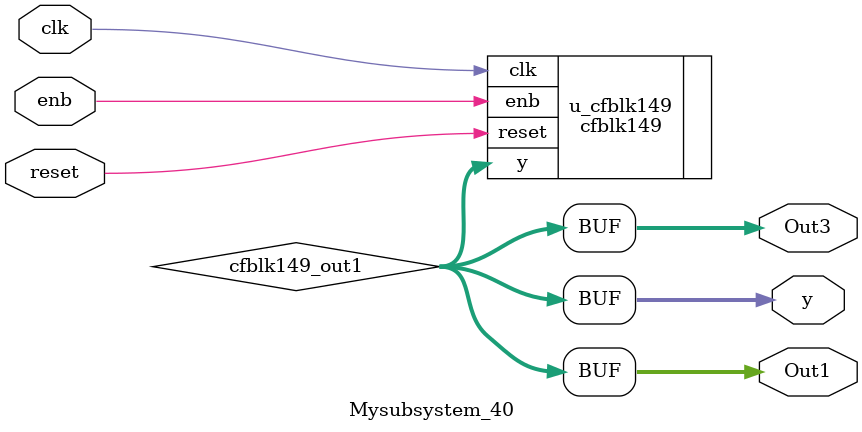
<source format=v>



`timescale 1 ns / 1 ns

module Mysubsystem_40
          (clk,
           reset,
           enb,
           Out1,
           y,
           Out3);


  input   clk;
  input   reset;
  input   enb;
  output  [7:0] Out1;  // uint8
  output  [7:0] y;  // uint8
  output  [7:0] Out3;  // uint8


  wire [7:0] cfblk149_out1;  // uint8


  cfblk149 u_cfblk149 (.clk(clk),
                       .reset(reset),
                       .enb(enb),
                       .y(cfblk149_out1)  // uint8
                       );

  assign Out1 = cfblk149_out1;

  assign y = cfblk149_out1;

  assign Out3 = cfblk149_out1;

endmodule  // Mysubsystem_40


</source>
